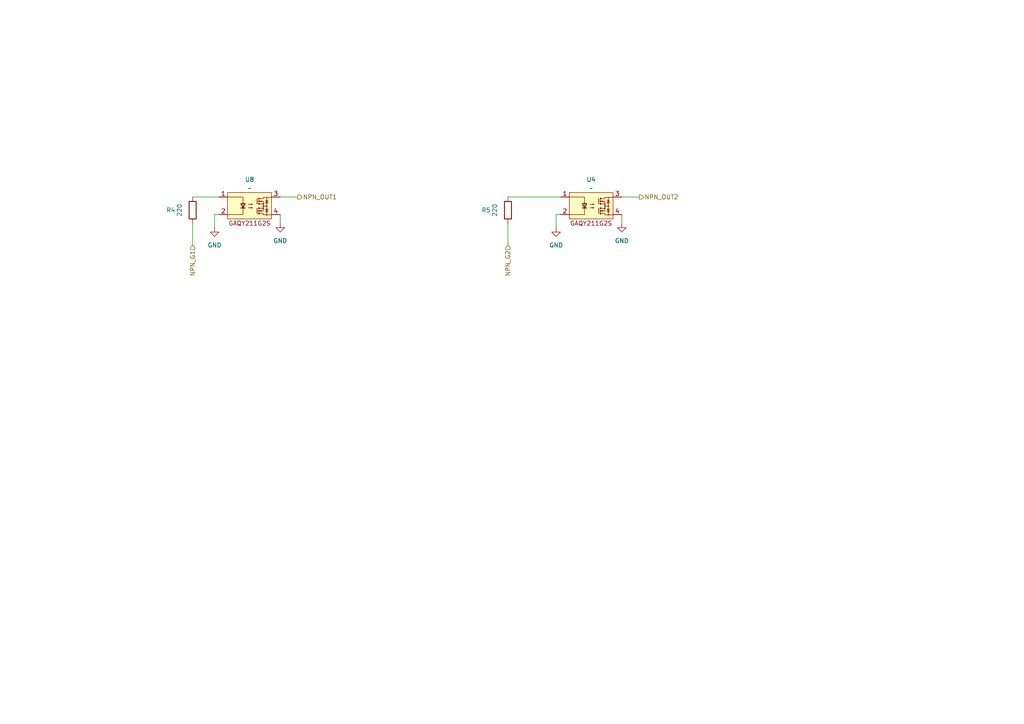
<source format=kicad_sch>
(kicad_sch (version 20250114) (generator "eeschema") (generator_version "9.0")
  (paper "A4")
  (lib_symbols
    (symbol "Device:R" (pin_numbers (hide yes)) (pin_names (offset 0))
      (property "Reference" "R" (at 2.032 0 90))
      (property "Value" "R" (at 0 0 90))
      (symbol "R_0_1"
        (rectangle (start -1.016 -2.54) (end 1.016 2.54) (stroke (width 0.254)))
      )
      (symbol "R_1_1"
        (pin passive line (at 0 3.81 270) (length 1.27) (name "~") (number "1"))
        (pin passive line (at 0 -3.81 90) (length 1.27) (name "~") (number "2"))
      )
    )
    (symbol "Riqi_Parts:GAQY211G2S"
      (property "Reference" "U" (at 0 0 0))
      (symbol "GAQY211G2S_0_1"
        (polyline (pts (xy -2.54 -2.54) (xy 1.905 -2.54) (xy 1.905 -4.445)))
        (polyline (pts (xy 1.27 -5.715) (xy 2.54 -5.715)) (stroke (width 0.254)))
        (polyline (pts (xy 1.905 -4.191) (xy 1.905 -7.62) (xy -2.54 -7.62)))
        (polyline (pts (xy 1.905 -5.715) (xy 1.27 -4.445) (xy 2.54 -4.445) (xy 1.905 -5.715)) (stroke (width 0.254)))
        (polyline (pts (xy 3.4016 -4.6346) (xy 4.6716 -4.6346) (xy 4.2906 -4.7616) (xy 4.2906 -4.5076) (xy 4.6716 -4.6346)))
        (polyline (pts (xy 3.4016 -5.6506) (xy 4.6716 -5.6506) (xy 4.2906 -5.7776) (xy 4.2906 -5.5236) (xy 4.6716 -5.6506)))
        (polyline (pts (xy 6.004 -3.0018) (xy 6.004 -4.5258)) (stroke (width 0.2032)))
        (polyline (pts (xy 6.004 -5.7958) (xy 6.004 -7.3198)) (stroke (width 0.2032)))
        (polyline (pts (xy 6.512 -2.8748) (xy 6.512 -3.1288) (xy 6.512 -3.1288)) (stroke (width 0.3556)))
        (polyline (pts (xy 6.512 -3.6368) (xy 6.512 -3.8908) (xy 6.512 -3.8908)) (stroke (width 0.3556)))
        (polyline (pts (xy 6.512 -4.3988) (xy 6.512 -4.6528) (xy 6.512 -4.6528)) (stroke (width 0.3556)))
        (polyline (pts (xy 6.512 -5.6688) (xy 6.512 -5.9228)) (stroke (width 0.3556)))
        (polyline (pts (xy 6.512 -6.4308) (xy 6.512 -6.6848) (xy 6.512 -6.6848)) (stroke (width 0.3556)))
        (polyline (pts (xy 6.512 -7.1928) (xy 6.512 -7.4468) (xy 6.512 -7.4468)) (stroke (width 0.3556)))
        (polyline (pts (xy 6.639 -3.0018) (xy 7.782 -3.0018) (xy 7.782 -2.6208) (xy 10.068 -2.6208)))
        (polyline (pts (xy 6.639 -3.7638) (xy 7.782 -3.7638) (xy 7.782 -4.5258)))
        (polyline (pts (xy 6.639 -5.7958) (xy 7.782 -5.7958) (xy 7.782 -4.5258) (xy 6.639 -4.5258)))
        (polyline (pts (xy 6.639 -6.5578) (xy 7.782 -6.5578) (xy 7.782 -5.7958)))
        (polyline (pts (xy 6.639 -7.3198) (xy 7.782 -7.3198) (xy 7.782 -7.7008) (xy 10.068 -7.7008)))
        (polyline (pts (xy 6.766 -3.7638) (xy 7.274 -3.6368) (xy 7.274 -3.8908) (xy 6.766 -3.7638)))
        (polyline (pts (xy 6.766 -6.5578) (xy 7.274 -6.4308) (xy 7.274 -6.6848) (xy 6.766 -6.5578)))
        (circle (center 7.782 -4.5258) (radius 0.127))
        (polyline (pts (xy 7.782 -5.1608) (xy 8.798 -5.1608)))
        (circle (center 7.782 -5.1608) (radius 0.127))
        (circle (center 7.782 -5.7958) (radius 0.127))
        (polyline (pts (xy 8.417 -3.5098) (xy 9.179 -3.5098)))
        (polyline (pts (xy 8.417 -6.8118) (xy 9.179 -6.8118)))
        (polyline (pts (xy 8.798 -3.5098) (xy 8.417 -4.2718) (xy 9.179 -4.2718) (xy 8.798 -3.5098)))
        (circle (center 8.798 -5.1608) (radius 0.127))
        (polyline (pts (xy 8.798 -6.8118) (xy 8.417 -6.0498) (xy 9.179 -6.0498) (xy 8.798 -6.8118)))
        (polyline (pts (xy 8.798 -7.7008) (xy 8.798 -2.6208)))
        (circle (center 8.798 -7.7008) (radius 0.127))
      )
      (symbol "GAQY211G2S_1_1"
        (rectangle (start -2.54 -1.27) (end 10.16 -8.89) (fill (type background)))
        (text "GAQY211G2S\n" (at 3.81 -10.16 0) (effects (font (size 1.27 1.27))))
        (pin input line (at -5.08 -2.54 0) (length 2.54) (name "") (number "1"))
        (pin input line (at -5.08 -7.62 0) (length 2.54) (name "") (number "2"))
        (pin input line (at 12.7 -2.54 180) (length 2.54) (name "") (number "3"))
        (pin input line (at 12.7 -7.62 180) (length 2.54) (name "") (number "4"))
      )
    )
    (symbol "power:GND" (power) (pin_numbers (hide yes)) (pin_names (offset 0) (hide yes))
      (property "Value" "GND" (at 0 -3.81 0))
      (symbol "GND_0_1"
        (polyline (pts (xy 0 0) (xy 0 -1.27) (xy 1.27 -1.27) (xy 0 -2.54) (xy -1.27 -1.27) (xy 0 -1.27)))
      )
      (symbol "GND_1_1"
        (pin power_in line (at 0 0 270) (length 0) (name "~") (number "1"))
      )
    )
  )
  (wire (pts (xy 81.28 57.15) (xy 86.36 57.15)))
  (wire (pts (xy 161.29 66.04) (xy 161.29 62.23)))
  (wire (pts (xy 62.23 66.04) (xy 62.23 62.23)))
  (wire (pts (xy 62.23 62.23) (xy 63.5 62.23)))
  (wire (pts (xy 55.88 57.15) (xy 63.5 57.15)))
  (wire (pts (xy 81.28 62.23) (xy 81.28 64.77)))
  (wire (pts (xy 180.34 62.23) (xy 180.34 64.77)))
  (wire (pts (xy 161.29 62.23) (xy 162.56 62.23)))
  (wire (pts (xy 147.32 71.12) (xy 147.32 64.77)))
  (wire (pts (xy 180.34 57.15) (xy 185.42 57.15)))
  (wire (pts (xy 55.88 71.12) (xy 55.88 64.77)))
  (wire (pts (xy 147.32 57.15) (xy 162.56 57.15)))
  (hierarchical_label "NPN_G1" (shape input) (at 55.88 71.12 270))
  (hierarchical_label "NPN_OUT2" (shape output) (at 185.42 57.15 0))
  (hierarchical_label "NPN_G2" (shape input) (at 147.32 71.12 270))
  (hierarchical_label "NPN_OUT1" (shape output) (at 86.36 57.15 0))
  (symbol (lib_id "Riqi_Parts:GAQY211G2S") (at 68.58 54.61 0) (unit 1)
    (property "Reference" "U8" (at 72.39 52.07 0))
    (property "Value" "~" (at 72.39 54.61 0))
    (property "Footprint" "Package_SO:SO-4_4.4x4.3mm_P2.54mm" (effects (hide yes)))
    (property "Datasheet" "https://lcsc.com/datasheet/lcsc_datasheet_2411220035_SUPSiC-GAQY211G2S_C7435104.pdf" (effects (hide yes)))
  )
  (symbol (lib_id "Device:R") (at 55.88 60.96 180) (unit 1)
    (property "Reference" "R4" (at 49.53 60.96 0))
    (property "Value" "220" (at 52.07 60.96 90))
    (property "Description" "Resistor" (effects (hide yes)))
  )
  (symbol (lib_id "power:GND") (at 81.28 64.77 0) (unit 1)
    (property "Reference" "#PWR020" (effects (hide yes)))
    (property "Value" "GND" (at 81.28 69.85 0))
    (property "Description" "Power symbol creates a global label with name \"GND\" , ground" (effects (hide yes)))
  )
  (symbol (lib_id "power:GND") (at 62.23 66.04 0) (unit 1)
    (property "Reference" "#PWR019" (effects (hide yes)))
    (property "Value" "GND" (at 62.23 71.12 0))
    (property "Description" "Power symbol creates a global label with name \"GND\" , ground" (effects (hide yes)))
  )
  (symbol (lib_id "Device:R") (at 147.32 60.96 180) (unit 1)
    (property "Reference" "R5" (at 140.97 60.96 0))
    (property "Value" "220" (at 143.51 60.96 90))
    (property "Description" "Resistor" (effects (hide yes)))
  )
  (symbol (lib_id "power:GND") (at 161.29 66.04 0) (unit 1)
    (property "Reference" "#PWR021" (effects (hide yes)))
    (property "Value" "GND" (at 161.29 71.12 0))
    (property "Description" "Power symbol creates a global label with name \"GND\" , ground" (effects (hide yes)))
  )
  (symbol (lib_id "power:GND") (at 180.34 64.77 0) (unit 1)
    (property "Reference" "#PWR022" (effects (hide yes)))
    (property "Value" "GND" (at 180.34 69.85 0))
    (property "Description" "Power symbol creates a global label with name \"GND\" , ground" (effects (hide yes)))
  )
  (symbol (lib_id "Riqi_Parts:GAQY211G2S") (at 167.64 54.61 0) (unit 1)
    (property "Reference" "U4" (at 171.45 52.07 0))
    (property "Value" "~" (at 171.45 54.61 0))
    (property "Footprint" "Package_SO:SO-4_4.4x4.3mm_P2.54mm" (effects (hide yes)))
    (property "Datasheet" "https://lcsc.com/datasheet/lcsc_datasheet_2411220035_SUPSiC-GAQY211G2S_C7435104.pdf" (effects (hide yes)))
  )
)
</source>
